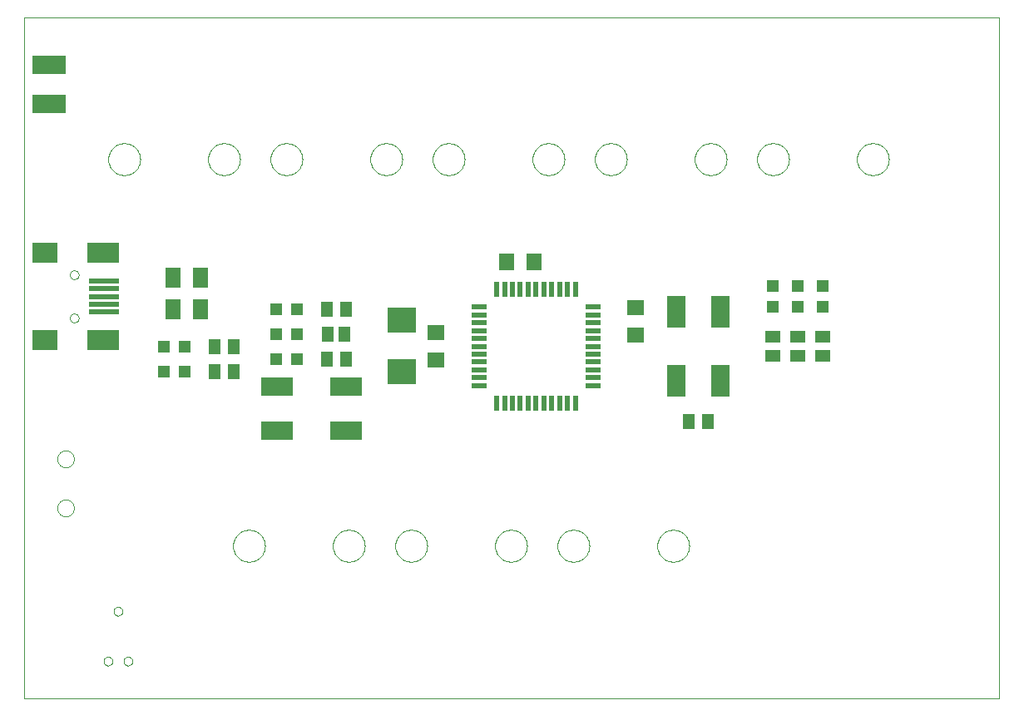
<source format=gtp>
G75*
%MOIN*%
%OFA0B0*%
%FSLAX24Y24*%
%IPPOS*%
%LPD*%
%AMOC8*
5,1,8,0,0,1.08239X$1,22.5*
%
%ADD10C,0.0000*%
%ADD11R,0.0472X0.0472*%
%ADD12R,0.0512X0.0591*%
%ADD13R,0.1339X0.0748*%
%ADD14R,0.0709X0.0630*%
%ADD15R,0.0197X0.0591*%
%ADD16R,0.0591X0.0197*%
%ADD17R,0.1250X0.0750*%
%ADD18R,0.0710X0.0630*%
%ADD19R,0.0512X0.0630*%
%ADD20R,0.0630X0.0709*%
%ADD21R,0.1181X0.0984*%
%ADD22R,0.0984X0.0787*%
%ADD23R,0.1299X0.0787*%
%ADD24R,0.1220X0.0197*%
%ADD25R,0.0630X0.0787*%
%ADD26R,0.0591X0.0512*%
%ADD27R,0.0750X0.1250*%
D10*
X012596Y000100D02*
X012596Y027396D01*
X051666Y027396D01*
X051666Y000100D01*
X012596Y000100D01*
X015771Y001575D02*
X015773Y001601D01*
X015779Y001627D01*
X015788Y001651D01*
X015801Y001674D01*
X015818Y001694D01*
X015837Y001712D01*
X015859Y001727D01*
X015882Y001738D01*
X015907Y001746D01*
X015933Y001750D01*
X015959Y001750D01*
X015985Y001746D01*
X016010Y001738D01*
X016034Y001727D01*
X016055Y001712D01*
X016074Y001694D01*
X016091Y001674D01*
X016104Y001651D01*
X016113Y001627D01*
X016119Y001601D01*
X016121Y001575D01*
X016119Y001549D01*
X016113Y001523D01*
X016104Y001499D01*
X016091Y001476D01*
X016074Y001456D01*
X016055Y001438D01*
X016033Y001423D01*
X016010Y001412D01*
X015985Y001404D01*
X015959Y001400D01*
X015933Y001400D01*
X015907Y001404D01*
X015882Y001412D01*
X015858Y001423D01*
X015837Y001438D01*
X015818Y001456D01*
X015801Y001476D01*
X015788Y001499D01*
X015779Y001523D01*
X015773Y001549D01*
X015771Y001575D01*
X016571Y001575D02*
X016573Y001601D01*
X016579Y001627D01*
X016588Y001651D01*
X016601Y001674D01*
X016618Y001694D01*
X016637Y001712D01*
X016659Y001727D01*
X016682Y001738D01*
X016707Y001746D01*
X016733Y001750D01*
X016759Y001750D01*
X016785Y001746D01*
X016810Y001738D01*
X016834Y001727D01*
X016855Y001712D01*
X016874Y001694D01*
X016891Y001674D01*
X016904Y001651D01*
X016913Y001627D01*
X016919Y001601D01*
X016921Y001575D01*
X016919Y001549D01*
X016913Y001523D01*
X016904Y001499D01*
X016891Y001476D01*
X016874Y001456D01*
X016855Y001438D01*
X016833Y001423D01*
X016810Y001412D01*
X016785Y001404D01*
X016759Y001400D01*
X016733Y001400D01*
X016707Y001404D01*
X016682Y001412D01*
X016658Y001423D01*
X016637Y001438D01*
X016618Y001456D01*
X016601Y001476D01*
X016588Y001499D01*
X016579Y001523D01*
X016573Y001549D01*
X016571Y001575D01*
X016171Y003575D02*
X016173Y003601D01*
X016179Y003627D01*
X016188Y003651D01*
X016201Y003674D01*
X016218Y003694D01*
X016237Y003712D01*
X016259Y003727D01*
X016282Y003738D01*
X016307Y003746D01*
X016333Y003750D01*
X016359Y003750D01*
X016385Y003746D01*
X016410Y003738D01*
X016434Y003727D01*
X016455Y003712D01*
X016474Y003694D01*
X016491Y003674D01*
X016504Y003651D01*
X016513Y003627D01*
X016519Y003601D01*
X016521Y003575D01*
X016519Y003549D01*
X016513Y003523D01*
X016504Y003499D01*
X016491Y003476D01*
X016474Y003456D01*
X016455Y003438D01*
X016433Y003423D01*
X016410Y003412D01*
X016385Y003404D01*
X016359Y003400D01*
X016333Y003400D01*
X016307Y003404D01*
X016282Y003412D01*
X016258Y003423D01*
X016237Y003438D01*
X016218Y003456D01*
X016201Y003476D01*
X016188Y003499D01*
X016179Y003523D01*
X016173Y003549D01*
X016171Y003575D01*
X020956Y006200D02*
X020958Y006250D01*
X020964Y006300D01*
X020974Y006349D01*
X020987Y006398D01*
X021005Y006445D01*
X021026Y006491D01*
X021050Y006534D01*
X021078Y006576D01*
X021109Y006616D01*
X021143Y006653D01*
X021180Y006687D01*
X021220Y006718D01*
X021262Y006746D01*
X021305Y006770D01*
X021351Y006791D01*
X021398Y006809D01*
X021447Y006822D01*
X021496Y006832D01*
X021546Y006838D01*
X021596Y006840D01*
X021646Y006838D01*
X021696Y006832D01*
X021745Y006822D01*
X021794Y006809D01*
X021841Y006791D01*
X021887Y006770D01*
X021930Y006746D01*
X021972Y006718D01*
X022012Y006687D01*
X022049Y006653D01*
X022083Y006616D01*
X022114Y006576D01*
X022142Y006534D01*
X022166Y006491D01*
X022187Y006445D01*
X022205Y006398D01*
X022218Y006349D01*
X022228Y006300D01*
X022234Y006250D01*
X022236Y006200D01*
X022234Y006150D01*
X022228Y006100D01*
X022218Y006051D01*
X022205Y006002D01*
X022187Y005955D01*
X022166Y005909D01*
X022142Y005866D01*
X022114Y005824D01*
X022083Y005784D01*
X022049Y005747D01*
X022012Y005713D01*
X021972Y005682D01*
X021930Y005654D01*
X021887Y005630D01*
X021841Y005609D01*
X021794Y005591D01*
X021745Y005578D01*
X021696Y005568D01*
X021646Y005562D01*
X021596Y005560D01*
X021546Y005562D01*
X021496Y005568D01*
X021447Y005578D01*
X021398Y005591D01*
X021351Y005609D01*
X021305Y005630D01*
X021262Y005654D01*
X021220Y005682D01*
X021180Y005713D01*
X021143Y005747D01*
X021109Y005784D01*
X021078Y005824D01*
X021050Y005866D01*
X021026Y005909D01*
X021005Y005955D01*
X020987Y006002D01*
X020974Y006051D01*
X020964Y006100D01*
X020958Y006150D01*
X020956Y006200D01*
X024956Y006200D02*
X024958Y006250D01*
X024964Y006300D01*
X024974Y006349D01*
X024987Y006398D01*
X025005Y006445D01*
X025026Y006491D01*
X025050Y006534D01*
X025078Y006576D01*
X025109Y006616D01*
X025143Y006653D01*
X025180Y006687D01*
X025220Y006718D01*
X025262Y006746D01*
X025305Y006770D01*
X025351Y006791D01*
X025398Y006809D01*
X025447Y006822D01*
X025496Y006832D01*
X025546Y006838D01*
X025596Y006840D01*
X025646Y006838D01*
X025696Y006832D01*
X025745Y006822D01*
X025794Y006809D01*
X025841Y006791D01*
X025887Y006770D01*
X025930Y006746D01*
X025972Y006718D01*
X026012Y006687D01*
X026049Y006653D01*
X026083Y006616D01*
X026114Y006576D01*
X026142Y006534D01*
X026166Y006491D01*
X026187Y006445D01*
X026205Y006398D01*
X026218Y006349D01*
X026228Y006300D01*
X026234Y006250D01*
X026236Y006200D01*
X026234Y006150D01*
X026228Y006100D01*
X026218Y006051D01*
X026205Y006002D01*
X026187Y005955D01*
X026166Y005909D01*
X026142Y005866D01*
X026114Y005824D01*
X026083Y005784D01*
X026049Y005747D01*
X026012Y005713D01*
X025972Y005682D01*
X025930Y005654D01*
X025887Y005630D01*
X025841Y005609D01*
X025794Y005591D01*
X025745Y005578D01*
X025696Y005568D01*
X025646Y005562D01*
X025596Y005560D01*
X025546Y005562D01*
X025496Y005568D01*
X025447Y005578D01*
X025398Y005591D01*
X025351Y005609D01*
X025305Y005630D01*
X025262Y005654D01*
X025220Y005682D01*
X025180Y005713D01*
X025143Y005747D01*
X025109Y005784D01*
X025078Y005824D01*
X025050Y005866D01*
X025026Y005909D01*
X025005Y005955D01*
X024987Y006002D01*
X024974Y006051D01*
X024964Y006100D01*
X024958Y006150D01*
X024956Y006200D01*
X027456Y006200D02*
X027458Y006250D01*
X027464Y006300D01*
X027474Y006349D01*
X027487Y006398D01*
X027505Y006445D01*
X027526Y006491D01*
X027550Y006534D01*
X027578Y006576D01*
X027609Y006616D01*
X027643Y006653D01*
X027680Y006687D01*
X027720Y006718D01*
X027762Y006746D01*
X027805Y006770D01*
X027851Y006791D01*
X027898Y006809D01*
X027947Y006822D01*
X027996Y006832D01*
X028046Y006838D01*
X028096Y006840D01*
X028146Y006838D01*
X028196Y006832D01*
X028245Y006822D01*
X028294Y006809D01*
X028341Y006791D01*
X028387Y006770D01*
X028430Y006746D01*
X028472Y006718D01*
X028512Y006687D01*
X028549Y006653D01*
X028583Y006616D01*
X028614Y006576D01*
X028642Y006534D01*
X028666Y006491D01*
X028687Y006445D01*
X028705Y006398D01*
X028718Y006349D01*
X028728Y006300D01*
X028734Y006250D01*
X028736Y006200D01*
X028734Y006150D01*
X028728Y006100D01*
X028718Y006051D01*
X028705Y006002D01*
X028687Y005955D01*
X028666Y005909D01*
X028642Y005866D01*
X028614Y005824D01*
X028583Y005784D01*
X028549Y005747D01*
X028512Y005713D01*
X028472Y005682D01*
X028430Y005654D01*
X028387Y005630D01*
X028341Y005609D01*
X028294Y005591D01*
X028245Y005578D01*
X028196Y005568D01*
X028146Y005562D01*
X028096Y005560D01*
X028046Y005562D01*
X027996Y005568D01*
X027947Y005578D01*
X027898Y005591D01*
X027851Y005609D01*
X027805Y005630D01*
X027762Y005654D01*
X027720Y005682D01*
X027680Y005713D01*
X027643Y005747D01*
X027609Y005784D01*
X027578Y005824D01*
X027550Y005866D01*
X027526Y005909D01*
X027505Y005955D01*
X027487Y006002D01*
X027474Y006051D01*
X027464Y006100D01*
X027458Y006150D01*
X027456Y006200D01*
X031456Y006200D02*
X031458Y006250D01*
X031464Y006300D01*
X031474Y006349D01*
X031487Y006398D01*
X031505Y006445D01*
X031526Y006491D01*
X031550Y006534D01*
X031578Y006576D01*
X031609Y006616D01*
X031643Y006653D01*
X031680Y006687D01*
X031720Y006718D01*
X031762Y006746D01*
X031805Y006770D01*
X031851Y006791D01*
X031898Y006809D01*
X031947Y006822D01*
X031996Y006832D01*
X032046Y006838D01*
X032096Y006840D01*
X032146Y006838D01*
X032196Y006832D01*
X032245Y006822D01*
X032294Y006809D01*
X032341Y006791D01*
X032387Y006770D01*
X032430Y006746D01*
X032472Y006718D01*
X032512Y006687D01*
X032549Y006653D01*
X032583Y006616D01*
X032614Y006576D01*
X032642Y006534D01*
X032666Y006491D01*
X032687Y006445D01*
X032705Y006398D01*
X032718Y006349D01*
X032728Y006300D01*
X032734Y006250D01*
X032736Y006200D01*
X032734Y006150D01*
X032728Y006100D01*
X032718Y006051D01*
X032705Y006002D01*
X032687Y005955D01*
X032666Y005909D01*
X032642Y005866D01*
X032614Y005824D01*
X032583Y005784D01*
X032549Y005747D01*
X032512Y005713D01*
X032472Y005682D01*
X032430Y005654D01*
X032387Y005630D01*
X032341Y005609D01*
X032294Y005591D01*
X032245Y005578D01*
X032196Y005568D01*
X032146Y005562D01*
X032096Y005560D01*
X032046Y005562D01*
X031996Y005568D01*
X031947Y005578D01*
X031898Y005591D01*
X031851Y005609D01*
X031805Y005630D01*
X031762Y005654D01*
X031720Y005682D01*
X031680Y005713D01*
X031643Y005747D01*
X031609Y005784D01*
X031578Y005824D01*
X031550Y005866D01*
X031526Y005909D01*
X031505Y005955D01*
X031487Y006002D01*
X031474Y006051D01*
X031464Y006100D01*
X031458Y006150D01*
X031456Y006200D01*
X033956Y006200D02*
X033958Y006250D01*
X033964Y006300D01*
X033974Y006349D01*
X033987Y006398D01*
X034005Y006445D01*
X034026Y006491D01*
X034050Y006534D01*
X034078Y006576D01*
X034109Y006616D01*
X034143Y006653D01*
X034180Y006687D01*
X034220Y006718D01*
X034262Y006746D01*
X034305Y006770D01*
X034351Y006791D01*
X034398Y006809D01*
X034447Y006822D01*
X034496Y006832D01*
X034546Y006838D01*
X034596Y006840D01*
X034646Y006838D01*
X034696Y006832D01*
X034745Y006822D01*
X034794Y006809D01*
X034841Y006791D01*
X034887Y006770D01*
X034930Y006746D01*
X034972Y006718D01*
X035012Y006687D01*
X035049Y006653D01*
X035083Y006616D01*
X035114Y006576D01*
X035142Y006534D01*
X035166Y006491D01*
X035187Y006445D01*
X035205Y006398D01*
X035218Y006349D01*
X035228Y006300D01*
X035234Y006250D01*
X035236Y006200D01*
X035234Y006150D01*
X035228Y006100D01*
X035218Y006051D01*
X035205Y006002D01*
X035187Y005955D01*
X035166Y005909D01*
X035142Y005866D01*
X035114Y005824D01*
X035083Y005784D01*
X035049Y005747D01*
X035012Y005713D01*
X034972Y005682D01*
X034930Y005654D01*
X034887Y005630D01*
X034841Y005609D01*
X034794Y005591D01*
X034745Y005578D01*
X034696Y005568D01*
X034646Y005562D01*
X034596Y005560D01*
X034546Y005562D01*
X034496Y005568D01*
X034447Y005578D01*
X034398Y005591D01*
X034351Y005609D01*
X034305Y005630D01*
X034262Y005654D01*
X034220Y005682D01*
X034180Y005713D01*
X034143Y005747D01*
X034109Y005784D01*
X034078Y005824D01*
X034050Y005866D01*
X034026Y005909D01*
X034005Y005955D01*
X033987Y006002D01*
X033974Y006051D01*
X033964Y006100D01*
X033958Y006150D01*
X033956Y006200D01*
X037956Y006200D02*
X037958Y006250D01*
X037964Y006300D01*
X037974Y006349D01*
X037987Y006398D01*
X038005Y006445D01*
X038026Y006491D01*
X038050Y006534D01*
X038078Y006576D01*
X038109Y006616D01*
X038143Y006653D01*
X038180Y006687D01*
X038220Y006718D01*
X038262Y006746D01*
X038305Y006770D01*
X038351Y006791D01*
X038398Y006809D01*
X038447Y006822D01*
X038496Y006832D01*
X038546Y006838D01*
X038596Y006840D01*
X038646Y006838D01*
X038696Y006832D01*
X038745Y006822D01*
X038794Y006809D01*
X038841Y006791D01*
X038887Y006770D01*
X038930Y006746D01*
X038972Y006718D01*
X039012Y006687D01*
X039049Y006653D01*
X039083Y006616D01*
X039114Y006576D01*
X039142Y006534D01*
X039166Y006491D01*
X039187Y006445D01*
X039205Y006398D01*
X039218Y006349D01*
X039228Y006300D01*
X039234Y006250D01*
X039236Y006200D01*
X039234Y006150D01*
X039228Y006100D01*
X039218Y006051D01*
X039205Y006002D01*
X039187Y005955D01*
X039166Y005909D01*
X039142Y005866D01*
X039114Y005824D01*
X039083Y005784D01*
X039049Y005747D01*
X039012Y005713D01*
X038972Y005682D01*
X038930Y005654D01*
X038887Y005630D01*
X038841Y005609D01*
X038794Y005591D01*
X038745Y005578D01*
X038696Y005568D01*
X038646Y005562D01*
X038596Y005560D01*
X038546Y005562D01*
X038496Y005568D01*
X038447Y005578D01*
X038398Y005591D01*
X038351Y005609D01*
X038305Y005630D01*
X038262Y005654D01*
X038220Y005682D01*
X038180Y005713D01*
X038143Y005747D01*
X038109Y005784D01*
X038078Y005824D01*
X038050Y005866D01*
X038026Y005909D01*
X038005Y005955D01*
X037987Y006002D01*
X037974Y006051D01*
X037964Y006100D01*
X037958Y006150D01*
X037956Y006200D01*
X014419Y015334D02*
X014421Y015360D01*
X014427Y015386D01*
X014437Y015411D01*
X014450Y015434D01*
X014466Y015454D01*
X014486Y015472D01*
X014508Y015487D01*
X014531Y015499D01*
X014557Y015507D01*
X014583Y015511D01*
X014609Y015511D01*
X014635Y015507D01*
X014661Y015499D01*
X014685Y015487D01*
X014706Y015472D01*
X014726Y015454D01*
X014742Y015434D01*
X014755Y015411D01*
X014765Y015386D01*
X014771Y015360D01*
X014773Y015334D01*
X014771Y015308D01*
X014765Y015282D01*
X014755Y015257D01*
X014742Y015234D01*
X014726Y015214D01*
X014706Y015196D01*
X014684Y015181D01*
X014661Y015169D01*
X014635Y015161D01*
X014609Y015157D01*
X014583Y015157D01*
X014557Y015161D01*
X014531Y015169D01*
X014507Y015181D01*
X014486Y015196D01*
X014466Y015214D01*
X014450Y015234D01*
X014437Y015257D01*
X014427Y015282D01*
X014421Y015308D01*
X014419Y015334D01*
X014419Y017066D02*
X014421Y017092D01*
X014427Y017118D01*
X014437Y017143D01*
X014450Y017166D01*
X014466Y017186D01*
X014486Y017204D01*
X014508Y017219D01*
X014531Y017231D01*
X014557Y017239D01*
X014583Y017243D01*
X014609Y017243D01*
X014635Y017239D01*
X014661Y017231D01*
X014685Y017219D01*
X014706Y017204D01*
X014726Y017186D01*
X014742Y017166D01*
X014755Y017143D01*
X014765Y017118D01*
X014771Y017092D01*
X014773Y017066D01*
X014771Y017040D01*
X014765Y017014D01*
X014755Y016989D01*
X014742Y016966D01*
X014726Y016946D01*
X014706Y016928D01*
X014684Y016913D01*
X014661Y016901D01*
X014635Y016893D01*
X014609Y016889D01*
X014583Y016889D01*
X014557Y016893D01*
X014531Y016901D01*
X014507Y016913D01*
X014486Y016928D01*
X014466Y016946D01*
X014450Y016966D01*
X014437Y016989D01*
X014427Y017014D01*
X014421Y017040D01*
X014419Y017066D01*
X015956Y021700D02*
X015958Y021750D01*
X015964Y021800D01*
X015974Y021849D01*
X015987Y021898D01*
X016005Y021945D01*
X016026Y021991D01*
X016050Y022034D01*
X016078Y022076D01*
X016109Y022116D01*
X016143Y022153D01*
X016180Y022187D01*
X016220Y022218D01*
X016262Y022246D01*
X016305Y022270D01*
X016351Y022291D01*
X016398Y022309D01*
X016447Y022322D01*
X016496Y022332D01*
X016546Y022338D01*
X016596Y022340D01*
X016646Y022338D01*
X016696Y022332D01*
X016745Y022322D01*
X016794Y022309D01*
X016841Y022291D01*
X016887Y022270D01*
X016930Y022246D01*
X016972Y022218D01*
X017012Y022187D01*
X017049Y022153D01*
X017083Y022116D01*
X017114Y022076D01*
X017142Y022034D01*
X017166Y021991D01*
X017187Y021945D01*
X017205Y021898D01*
X017218Y021849D01*
X017228Y021800D01*
X017234Y021750D01*
X017236Y021700D01*
X017234Y021650D01*
X017228Y021600D01*
X017218Y021551D01*
X017205Y021502D01*
X017187Y021455D01*
X017166Y021409D01*
X017142Y021366D01*
X017114Y021324D01*
X017083Y021284D01*
X017049Y021247D01*
X017012Y021213D01*
X016972Y021182D01*
X016930Y021154D01*
X016887Y021130D01*
X016841Y021109D01*
X016794Y021091D01*
X016745Y021078D01*
X016696Y021068D01*
X016646Y021062D01*
X016596Y021060D01*
X016546Y021062D01*
X016496Y021068D01*
X016447Y021078D01*
X016398Y021091D01*
X016351Y021109D01*
X016305Y021130D01*
X016262Y021154D01*
X016220Y021182D01*
X016180Y021213D01*
X016143Y021247D01*
X016109Y021284D01*
X016078Y021324D01*
X016050Y021366D01*
X016026Y021409D01*
X016005Y021455D01*
X015987Y021502D01*
X015974Y021551D01*
X015964Y021600D01*
X015958Y021650D01*
X015956Y021700D01*
X019956Y021700D02*
X019958Y021750D01*
X019964Y021800D01*
X019974Y021849D01*
X019987Y021898D01*
X020005Y021945D01*
X020026Y021991D01*
X020050Y022034D01*
X020078Y022076D01*
X020109Y022116D01*
X020143Y022153D01*
X020180Y022187D01*
X020220Y022218D01*
X020262Y022246D01*
X020305Y022270D01*
X020351Y022291D01*
X020398Y022309D01*
X020447Y022322D01*
X020496Y022332D01*
X020546Y022338D01*
X020596Y022340D01*
X020646Y022338D01*
X020696Y022332D01*
X020745Y022322D01*
X020794Y022309D01*
X020841Y022291D01*
X020887Y022270D01*
X020930Y022246D01*
X020972Y022218D01*
X021012Y022187D01*
X021049Y022153D01*
X021083Y022116D01*
X021114Y022076D01*
X021142Y022034D01*
X021166Y021991D01*
X021187Y021945D01*
X021205Y021898D01*
X021218Y021849D01*
X021228Y021800D01*
X021234Y021750D01*
X021236Y021700D01*
X021234Y021650D01*
X021228Y021600D01*
X021218Y021551D01*
X021205Y021502D01*
X021187Y021455D01*
X021166Y021409D01*
X021142Y021366D01*
X021114Y021324D01*
X021083Y021284D01*
X021049Y021247D01*
X021012Y021213D01*
X020972Y021182D01*
X020930Y021154D01*
X020887Y021130D01*
X020841Y021109D01*
X020794Y021091D01*
X020745Y021078D01*
X020696Y021068D01*
X020646Y021062D01*
X020596Y021060D01*
X020546Y021062D01*
X020496Y021068D01*
X020447Y021078D01*
X020398Y021091D01*
X020351Y021109D01*
X020305Y021130D01*
X020262Y021154D01*
X020220Y021182D01*
X020180Y021213D01*
X020143Y021247D01*
X020109Y021284D01*
X020078Y021324D01*
X020050Y021366D01*
X020026Y021409D01*
X020005Y021455D01*
X019987Y021502D01*
X019974Y021551D01*
X019964Y021600D01*
X019958Y021650D01*
X019956Y021700D01*
X022456Y021700D02*
X022458Y021750D01*
X022464Y021800D01*
X022474Y021849D01*
X022487Y021898D01*
X022505Y021945D01*
X022526Y021991D01*
X022550Y022034D01*
X022578Y022076D01*
X022609Y022116D01*
X022643Y022153D01*
X022680Y022187D01*
X022720Y022218D01*
X022762Y022246D01*
X022805Y022270D01*
X022851Y022291D01*
X022898Y022309D01*
X022947Y022322D01*
X022996Y022332D01*
X023046Y022338D01*
X023096Y022340D01*
X023146Y022338D01*
X023196Y022332D01*
X023245Y022322D01*
X023294Y022309D01*
X023341Y022291D01*
X023387Y022270D01*
X023430Y022246D01*
X023472Y022218D01*
X023512Y022187D01*
X023549Y022153D01*
X023583Y022116D01*
X023614Y022076D01*
X023642Y022034D01*
X023666Y021991D01*
X023687Y021945D01*
X023705Y021898D01*
X023718Y021849D01*
X023728Y021800D01*
X023734Y021750D01*
X023736Y021700D01*
X023734Y021650D01*
X023728Y021600D01*
X023718Y021551D01*
X023705Y021502D01*
X023687Y021455D01*
X023666Y021409D01*
X023642Y021366D01*
X023614Y021324D01*
X023583Y021284D01*
X023549Y021247D01*
X023512Y021213D01*
X023472Y021182D01*
X023430Y021154D01*
X023387Y021130D01*
X023341Y021109D01*
X023294Y021091D01*
X023245Y021078D01*
X023196Y021068D01*
X023146Y021062D01*
X023096Y021060D01*
X023046Y021062D01*
X022996Y021068D01*
X022947Y021078D01*
X022898Y021091D01*
X022851Y021109D01*
X022805Y021130D01*
X022762Y021154D01*
X022720Y021182D01*
X022680Y021213D01*
X022643Y021247D01*
X022609Y021284D01*
X022578Y021324D01*
X022550Y021366D01*
X022526Y021409D01*
X022505Y021455D01*
X022487Y021502D01*
X022474Y021551D01*
X022464Y021600D01*
X022458Y021650D01*
X022456Y021700D01*
X026456Y021700D02*
X026458Y021750D01*
X026464Y021800D01*
X026474Y021849D01*
X026487Y021898D01*
X026505Y021945D01*
X026526Y021991D01*
X026550Y022034D01*
X026578Y022076D01*
X026609Y022116D01*
X026643Y022153D01*
X026680Y022187D01*
X026720Y022218D01*
X026762Y022246D01*
X026805Y022270D01*
X026851Y022291D01*
X026898Y022309D01*
X026947Y022322D01*
X026996Y022332D01*
X027046Y022338D01*
X027096Y022340D01*
X027146Y022338D01*
X027196Y022332D01*
X027245Y022322D01*
X027294Y022309D01*
X027341Y022291D01*
X027387Y022270D01*
X027430Y022246D01*
X027472Y022218D01*
X027512Y022187D01*
X027549Y022153D01*
X027583Y022116D01*
X027614Y022076D01*
X027642Y022034D01*
X027666Y021991D01*
X027687Y021945D01*
X027705Y021898D01*
X027718Y021849D01*
X027728Y021800D01*
X027734Y021750D01*
X027736Y021700D01*
X027734Y021650D01*
X027728Y021600D01*
X027718Y021551D01*
X027705Y021502D01*
X027687Y021455D01*
X027666Y021409D01*
X027642Y021366D01*
X027614Y021324D01*
X027583Y021284D01*
X027549Y021247D01*
X027512Y021213D01*
X027472Y021182D01*
X027430Y021154D01*
X027387Y021130D01*
X027341Y021109D01*
X027294Y021091D01*
X027245Y021078D01*
X027196Y021068D01*
X027146Y021062D01*
X027096Y021060D01*
X027046Y021062D01*
X026996Y021068D01*
X026947Y021078D01*
X026898Y021091D01*
X026851Y021109D01*
X026805Y021130D01*
X026762Y021154D01*
X026720Y021182D01*
X026680Y021213D01*
X026643Y021247D01*
X026609Y021284D01*
X026578Y021324D01*
X026550Y021366D01*
X026526Y021409D01*
X026505Y021455D01*
X026487Y021502D01*
X026474Y021551D01*
X026464Y021600D01*
X026458Y021650D01*
X026456Y021700D01*
X028956Y021700D02*
X028958Y021750D01*
X028964Y021800D01*
X028974Y021849D01*
X028987Y021898D01*
X029005Y021945D01*
X029026Y021991D01*
X029050Y022034D01*
X029078Y022076D01*
X029109Y022116D01*
X029143Y022153D01*
X029180Y022187D01*
X029220Y022218D01*
X029262Y022246D01*
X029305Y022270D01*
X029351Y022291D01*
X029398Y022309D01*
X029447Y022322D01*
X029496Y022332D01*
X029546Y022338D01*
X029596Y022340D01*
X029646Y022338D01*
X029696Y022332D01*
X029745Y022322D01*
X029794Y022309D01*
X029841Y022291D01*
X029887Y022270D01*
X029930Y022246D01*
X029972Y022218D01*
X030012Y022187D01*
X030049Y022153D01*
X030083Y022116D01*
X030114Y022076D01*
X030142Y022034D01*
X030166Y021991D01*
X030187Y021945D01*
X030205Y021898D01*
X030218Y021849D01*
X030228Y021800D01*
X030234Y021750D01*
X030236Y021700D01*
X030234Y021650D01*
X030228Y021600D01*
X030218Y021551D01*
X030205Y021502D01*
X030187Y021455D01*
X030166Y021409D01*
X030142Y021366D01*
X030114Y021324D01*
X030083Y021284D01*
X030049Y021247D01*
X030012Y021213D01*
X029972Y021182D01*
X029930Y021154D01*
X029887Y021130D01*
X029841Y021109D01*
X029794Y021091D01*
X029745Y021078D01*
X029696Y021068D01*
X029646Y021062D01*
X029596Y021060D01*
X029546Y021062D01*
X029496Y021068D01*
X029447Y021078D01*
X029398Y021091D01*
X029351Y021109D01*
X029305Y021130D01*
X029262Y021154D01*
X029220Y021182D01*
X029180Y021213D01*
X029143Y021247D01*
X029109Y021284D01*
X029078Y021324D01*
X029050Y021366D01*
X029026Y021409D01*
X029005Y021455D01*
X028987Y021502D01*
X028974Y021551D01*
X028964Y021600D01*
X028958Y021650D01*
X028956Y021700D01*
X032956Y021700D02*
X032958Y021750D01*
X032964Y021800D01*
X032974Y021849D01*
X032987Y021898D01*
X033005Y021945D01*
X033026Y021991D01*
X033050Y022034D01*
X033078Y022076D01*
X033109Y022116D01*
X033143Y022153D01*
X033180Y022187D01*
X033220Y022218D01*
X033262Y022246D01*
X033305Y022270D01*
X033351Y022291D01*
X033398Y022309D01*
X033447Y022322D01*
X033496Y022332D01*
X033546Y022338D01*
X033596Y022340D01*
X033646Y022338D01*
X033696Y022332D01*
X033745Y022322D01*
X033794Y022309D01*
X033841Y022291D01*
X033887Y022270D01*
X033930Y022246D01*
X033972Y022218D01*
X034012Y022187D01*
X034049Y022153D01*
X034083Y022116D01*
X034114Y022076D01*
X034142Y022034D01*
X034166Y021991D01*
X034187Y021945D01*
X034205Y021898D01*
X034218Y021849D01*
X034228Y021800D01*
X034234Y021750D01*
X034236Y021700D01*
X034234Y021650D01*
X034228Y021600D01*
X034218Y021551D01*
X034205Y021502D01*
X034187Y021455D01*
X034166Y021409D01*
X034142Y021366D01*
X034114Y021324D01*
X034083Y021284D01*
X034049Y021247D01*
X034012Y021213D01*
X033972Y021182D01*
X033930Y021154D01*
X033887Y021130D01*
X033841Y021109D01*
X033794Y021091D01*
X033745Y021078D01*
X033696Y021068D01*
X033646Y021062D01*
X033596Y021060D01*
X033546Y021062D01*
X033496Y021068D01*
X033447Y021078D01*
X033398Y021091D01*
X033351Y021109D01*
X033305Y021130D01*
X033262Y021154D01*
X033220Y021182D01*
X033180Y021213D01*
X033143Y021247D01*
X033109Y021284D01*
X033078Y021324D01*
X033050Y021366D01*
X033026Y021409D01*
X033005Y021455D01*
X032987Y021502D01*
X032974Y021551D01*
X032964Y021600D01*
X032958Y021650D01*
X032956Y021700D01*
X035456Y021700D02*
X035458Y021750D01*
X035464Y021800D01*
X035474Y021849D01*
X035487Y021898D01*
X035505Y021945D01*
X035526Y021991D01*
X035550Y022034D01*
X035578Y022076D01*
X035609Y022116D01*
X035643Y022153D01*
X035680Y022187D01*
X035720Y022218D01*
X035762Y022246D01*
X035805Y022270D01*
X035851Y022291D01*
X035898Y022309D01*
X035947Y022322D01*
X035996Y022332D01*
X036046Y022338D01*
X036096Y022340D01*
X036146Y022338D01*
X036196Y022332D01*
X036245Y022322D01*
X036294Y022309D01*
X036341Y022291D01*
X036387Y022270D01*
X036430Y022246D01*
X036472Y022218D01*
X036512Y022187D01*
X036549Y022153D01*
X036583Y022116D01*
X036614Y022076D01*
X036642Y022034D01*
X036666Y021991D01*
X036687Y021945D01*
X036705Y021898D01*
X036718Y021849D01*
X036728Y021800D01*
X036734Y021750D01*
X036736Y021700D01*
X036734Y021650D01*
X036728Y021600D01*
X036718Y021551D01*
X036705Y021502D01*
X036687Y021455D01*
X036666Y021409D01*
X036642Y021366D01*
X036614Y021324D01*
X036583Y021284D01*
X036549Y021247D01*
X036512Y021213D01*
X036472Y021182D01*
X036430Y021154D01*
X036387Y021130D01*
X036341Y021109D01*
X036294Y021091D01*
X036245Y021078D01*
X036196Y021068D01*
X036146Y021062D01*
X036096Y021060D01*
X036046Y021062D01*
X035996Y021068D01*
X035947Y021078D01*
X035898Y021091D01*
X035851Y021109D01*
X035805Y021130D01*
X035762Y021154D01*
X035720Y021182D01*
X035680Y021213D01*
X035643Y021247D01*
X035609Y021284D01*
X035578Y021324D01*
X035550Y021366D01*
X035526Y021409D01*
X035505Y021455D01*
X035487Y021502D01*
X035474Y021551D01*
X035464Y021600D01*
X035458Y021650D01*
X035456Y021700D01*
X039456Y021700D02*
X039458Y021750D01*
X039464Y021800D01*
X039474Y021849D01*
X039487Y021898D01*
X039505Y021945D01*
X039526Y021991D01*
X039550Y022034D01*
X039578Y022076D01*
X039609Y022116D01*
X039643Y022153D01*
X039680Y022187D01*
X039720Y022218D01*
X039762Y022246D01*
X039805Y022270D01*
X039851Y022291D01*
X039898Y022309D01*
X039947Y022322D01*
X039996Y022332D01*
X040046Y022338D01*
X040096Y022340D01*
X040146Y022338D01*
X040196Y022332D01*
X040245Y022322D01*
X040294Y022309D01*
X040341Y022291D01*
X040387Y022270D01*
X040430Y022246D01*
X040472Y022218D01*
X040512Y022187D01*
X040549Y022153D01*
X040583Y022116D01*
X040614Y022076D01*
X040642Y022034D01*
X040666Y021991D01*
X040687Y021945D01*
X040705Y021898D01*
X040718Y021849D01*
X040728Y021800D01*
X040734Y021750D01*
X040736Y021700D01*
X040734Y021650D01*
X040728Y021600D01*
X040718Y021551D01*
X040705Y021502D01*
X040687Y021455D01*
X040666Y021409D01*
X040642Y021366D01*
X040614Y021324D01*
X040583Y021284D01*
X040549Y021247D01*
X040512Y021213D01*
X040472Y021182D01*
X040430Y021154D01*
X040387Y021130D01*
X040341Y021109D01*
X040294Y021091D01*
X040245Y021078D01*
X040196Y021068D01*
X040146Y021062D01*
X040096Y021060D01*
X040046Y021062D01*
X039996Y021068D01*
X039947Y021078D01*
X039898Y021091D01*
X039851Y021109D01*
X039805Y021130D01*
X039762Y021154D01*
X039720Y021182D01*
X039680Y021213D01*
X039643Y021247D01*
X039609Y021284D01*
X039578Y021324D01*
X039550Y021366D01*
X039526Y021409D01*
X039505Y021455D01*
X039487Y021502D01*
X039474Y021551D01*
X039464Y021600D01*
X039458Y021650D01*
X039456Y021700D01*
X041956Y021700D02*
X041958Y021750D01*
X041964Y021800D01*
X041974Y021849D01*
X041987Y021898D01*
X042005Y021945D01*
X042026Y021991D01*
X042050Y022034D01*
X042078Y022076D01*
X042109Y022116D01*
X042143Y022153D01*
X042180Y022187D01*
X042220Y022218D01*
X042262Y022246D01*
X042305Y022270D01*
X042351Y022291D01*
X042398Y022309D01*
X042447Y022322D01*
X042496Y022332D01*
X042546Y022338D01*
X042596Y022340D01*
X042646Y022338D01*
X042696Y022332D01*
X042745Y022322D01*
X042794Y022309D01*
X042841Y022291D01*
X042887Y022270D01*
X042930Y022246D01*
X042972Y022218D01*
X043012Y022187D01*
X043049Y022153D01*
X043083Y022116D01*
X043114Y022076D01*
X043142Y022034D01*
X043166Y021991D01*
X043187Y021945D01*
X043205Y021898D01*
X043218Y021849D01*
X043228Y021800D01*
X043234Y021750D01*
X043236Y021700D01*
X043234Y021650D01*
X043228Y021600D01*
X043218Y021551D01*
X043205Y021502D01*
X043187Y021455D01*
X043166Y021409D01*
X043142Y021366D01*
X043114Y021324D01*
X043083Y021284D01*
X043049Y021247D01*
X043012Y021213D01*
X042972Y021182D01*
X042930Y021154D01*
X042887Y021130D01*
X042841Y021109D01*
X042794Y021091D01*
X042745Y021078D01*
X042696Y021068D01*
X042646Y021062D01*
X042596Y021060D01*
X042546Y021062D01*
X042496Y021068D01*
X042447Y021078D01*
X042398Y021091D01*
X042351Y021109D01*
X042305Y021130D01*
X042262Y021154D01*
X042220Y021182D01*
X042180Y021213D01*
X042143Y021247D01*
X042109Y021284D01*
X042078Y021324D01*
X042050Y021366D01*
X042026Y021409D01*
X042005Y021455D01*
X041987Y021502D01*
X041974Y021551D01*
X041964Y021600D01*
X041958Y021650D01*
X041956Y021700D01*
X045956Y021700D02*
X045958Y021750D01*
X045964Y021800D01*
X045974Y021849D01*
X045987Y021898D01*
X046005Y021945D01*
X046026Y021991D01*
X046050Y022034D01*
X046078Y022076D01*
X046109Y022116D01*
X046143Y022153D01*
X046180Y022187D01*
X046220Y022218D01*
X046262Y022246D01*
X046305Y022270D01*
X046351Y022291D01*
X046398Y022309D01*
X046447Y022322D01*
X046496Y022332D01*
X046546Y022338D01*
X046596Y022340D01*
X046646Y022338D01*
X046696Y022332D01*
X046745Y022322D01*
X046794Y022309D01*
X046841Y022291D01*
X046887Y022270D01*
X046930Y022246D01*
X046972Y022218D01*
X047012Y022187D01*
X047049Y022153D01*
X047083Y022116D01*
X047114Y022076D01*
X047142Y022034D01*
X047166Y021991D01*
X047187Y021945D01*
X047205Y021898D01*
X047218Y021849D01*
X047228Y021800D01*
X047234Y021750D01*
X047236Y021700D01*
X047234Y021650D01*
X047228Y021600D01*
X047218Y021551D01*
X047205Y021502D01*
X047187Y021455D01*
X047166Y021409D01*
X047142Y021366D01*
X047114Y021324D01*
X047083Y021284D01*
X047049Y021247D01*
X047012Y021213D01*
X046972Y021182D01*
X046930Y021154D01*
X046887Y021130D01*
X046841Y021109D01*
X046794Y021091D01*
X046745Y021078D01*
X046696Y021068D01*
X046646Y021062D01*
X046596Y021060D01*
X046546Y021062D01*
X046496Y021068D01*
X046447Y021078D01*
X046398Y021091D01*
X046351Y021109D01*
X046305Y021130D01*
X046262Y021154D01*
X046220Y021182D01*
X046180Y021213D01*
X046143Y021247D01*
X046109Y021284D01*
X046078Y021324D01*
X046050Y021366D01*
X046026Y021409D01*
X046005Y021455D01*
X045987Y021502D01*
X045974Y021551D01*
X045964Y021600D01*
X045958Y021650D01*
X045956Y021700D01*
X013915Y009684D02*
X013917Y009720D01*
X013923Y009756D01*
X013933Y009791D01*
X013946Y009825D01*
X013963Y009857D01*
X013983Y009887D01*
X014007Y009914D01*
X014033Y009939D01*
X014062Y009961D01*
X014093Y009980D01*
X014126Y009995D01*
X014160Y010007D01*
X014196Y010015D01*
X014232Y010019D01*
X014268Y010019D01*
X014304Y010015D01*
X014340Y010007D01*
X014374Y009995D01*
X014407Y009980D01*
X014438Y009961D01*
X014467Y009939D01*
X014493Y009914D01*
X014517Y009887D01*
X014537Y009857D01*
X014554Y009825D01*
X014567Y009791D01*
X014577Y009756D01*
X014583Y009720D01*
X014585Y009684D01*
X014583Y009648D01*
X014577Y009612D01*
X014567Y009577D01*
X014554Y009543D01*
X014537Y009511D01*
X014517Y009481D01*
X014493Y009454D01*
X014467Y009429D01*
X014438Y009407D01*
X014407Y009388D01*
X014374Y009373D01*
X014340Y009361D01*
X014304Y009353D01*
X014268Y009349D01*
X014232Y009349D01*
X014196Y009353D01*
X014160Y009361D01*
X014126Y009373D01*
X014093Y009388D01*
X014062Y009407D01*
X014033Y009429D01*
X014007Y009454D01*
X013983Y009481D01*
X013963Y009511D01*
X013946Y009543D01*
X013933Y009577D01*
X013923Y009612D01*
X013917Y009648D01*
X013915Y009684D01*
X013915Y007716D02*
X013917Y007752D01*
X013923Y007788D01*
X013933Y007823D01*
X013946Y007857D01*
X013963Y007889D01*
X013983Y007919D01*
X014007Y007946D01*
X014033Y007971D01*
X014062Y007993D01*
X014093Y008012D01*
X014126Y008027D01*
X014160Y008039D01*
X014196Y008047D01*
X014232Y008051D01*
X014268Y008051D01*
X014304Y008047D01*
X014340Y008039D01*
X014374Y008027D01*
X014407Y008012D01*
X014438Y007993D01*
X014467Y007971D01*
X014493Y007946D01*
X014517Y007919D01*
X014537Y007889D01*
X014554Y007857D01*
X014567Y007823D01*
X014577Y007788D01*
X014583Y007752D01*
X014585Y007716D01*
X014583Y007680D01*
X014577Y007644D01*
X014567Y007609D01*
X014554Y007575D01*
X014537Y007543D01*
X014517Y007513D01*
X014493Y007486D01*
X014467Y007461D01*
X014438Y007439D01*
X014407Y007420D01*
X014374Y007405D01*
X014340Y007393D01*
X014304Y007385D01*
X014268Y007381D01*
X014232Y007381D01*
X014196Y007385D01*
X014160Y007393D01*
X014126Y007405D01*
X014093Y007420D01*
X014062Y007439D01*
X014033Y007461D01*
X014007Y007486D01*
X013983Y007513D01*
X013963Y007543D01*
X013946Y007575D01*
X013933Y007609D01*
X013923Y007644D01*
X013917Y007680D01*
X013915Y007716D01*
D11*
X018183Y013200D03*
X019010Y013200D03*
X019010Y014200D03*
X018183Y014200D03*
X022683Y013700D03*
X023510Y013700D03*
X023510Y014700D03*
X022683Y014700D03*
X022683Y015700D03*
X023510Y015700D03*
X042596Y015787D03*
X042596Y016613D03*
X043596Y016613D03*
X043596Y015787D03*
X044596Y015787D03*
X044596Y016613D03*
D12*
X025470Y015700D03*
X024722Y015700D03*
X024762Y014700D03*
X025431Y014700D03*
X025470Y013700D03*
X024722Y013700D03*
X020970Y013200D03*
X020222Y013200D03*
X020222Y014200D03*
X020970Y014200D03*
D13*
X013596Y023932D03*
X013596Y025468D03*
D14*
X037096Y015751D03*
X037096Y014649D03*
D15*
X034671Y016483D03*
X034356Y016483D03*
X034041Y016483D03*
X033726Y016483D03*
X033411Y016483D03*
X033096Y016483D03*
X032781Y016483D03*
X032466Y016483D03*
X032151Y016483D03*
X031836Y016483D03*
X031522Y016483D03*
X031522Y011917D03*
X031836Y011917D03*
X032151Y011917D03*
X032466Y011917D03*
X032781Y011917D03*
X033096Y011917D03*
X033411Y011917D03*
X033726Y011917D03*
X034041Y011917D03*
X034356Y011917D03*
X034671Y011917D03*
D16*
X035380Y012625D03*
X035380Y012940D03*
X035380Y013255D03*
X035380Y013570D03*
X035380Y013885D03*
X035380Y014200D03*
X035380Y014515D03*
X035380Y014830D03*
X035380Y015145D03*
X035380Y015460D03*
X035380Y015775D03*
X030813Y015775D03*
X030813Y015460D03*
X030813Y015145D03*
X030813Y014830D03*
X030813Y014515D03*
X030813Y014200D03*
X030813Y013885D03*
X030813Y013570D03*
X030813Y013255D03*
X030813Y012940D03*
X030813Y012625D03*
D17*
X025471Y012575D03*
X025471Y010825D03*
X022721Y010825D03*
X022721Y012575D03*
D18*
X029096Y013640D03*
X029096Y014760D03*
D19*
X039222Y011200D03*
X039970Y011200D03*
D20*
X033023Y017575D03*
X031920Y017575D03*
D21*
X027721Y015249D03*
X027721Y013190D03*
D22*
X013415Y014448D03*
X013415Y017952D03*
D23*
X015738Y017952D03*
X015738Y014448D03*
D24*
X015777Y015570D03*
X015777Y015885D03*
X015777Y016200D03*
X015777Y016515D03*
X015777Y016830D03*
D25*
X018545Y016950D03*
X019648Y016950D03*
X019648Y015700D03*
X018545Y015700D03*
D26*
X042596Y014574D03*
X042596Y013826D03*
X043596Y013826D03*
X043596Y014574D03*
X044596Y014574D03*
X044596Y013826D03*
D27*
X040471Y012825D03*
X038721Y012825D03*
X038721Y015575D03*
X040471Y015575D03*
M02*

</source>
